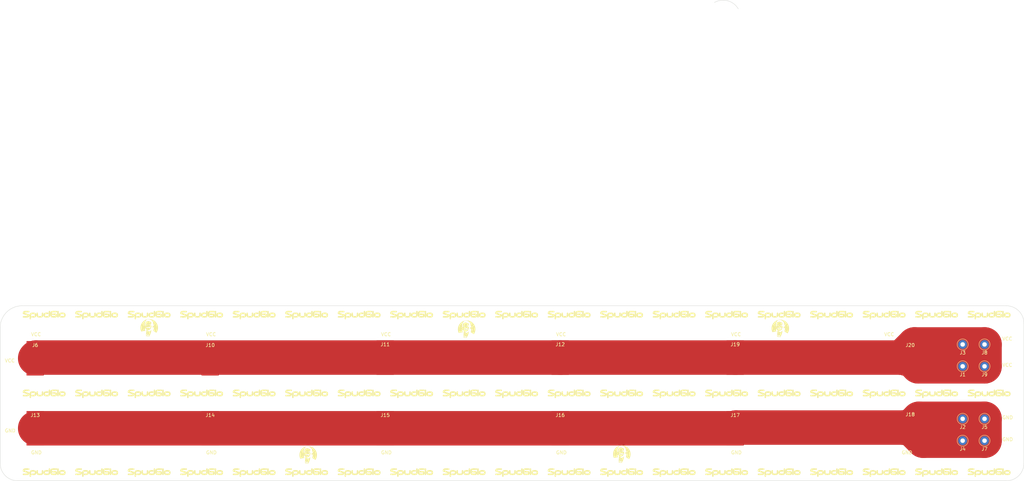
<source format=kicad_pcb>
(kicad_pcb (version 20221018) (generator pcbnew)
  (layers (0 "F.Cu" signal) (31 "B.Cu" signal) (34 "B.Paste" user) (35 "F.Paste" user) (36 "B.SilkS" user "B.Silkscreen") (37 "F.SilkS" user "F.Silkscreen") (38 "B.Mask" user) (39 "F.Mask" user) (44 "Edge.Cuts" user))
  (net 0 "")
  (net 1 "+5V")
  (net 2 "GND")
  (footprint "LOGO" (layer "F.Cu") (at 188.647934 108.393692 -5)
    (fp_text reference "G***" hide)
    (fp_text value "LOGO" hide)
  )
  (footprint "Connector_Wire:SolderWirePad_1x01_SMD_5x10mm" (layer "F.Cu") (at 215.795002 116.63)
    (fp_text reference "J12" (at 0 -3.81) (layer "F.SilkS"))
    (fp_text value "Conn_01x01_Pin")
    (pad "1" smd rect (at 0 0) (size 5 10) (layers "F.Cu" "F.Paste" "F.Mask") (net 1 "+5V"))
  )
  (footprint "LOGO" (layer "F.Cu") (at 309.775004 104.139999)
    (fp_text reference "G***" hide)
    (fp_text value "LOGO" hide)
  )
  (footprint "LOGO" (layer "F.Cu") (at 248.814999 149.859997)
    (fp_text reference "G***" hide)
    (fp_text value "LOGO" hide)
  )
  (footprint "Connector_Wire:SolderWirePad_1x01_SMD_5x10mm" (layer "F.Cu") (at 114.195007 116.839995)
    (fp_text reference "J10" (at 0 -3.81) (layer "F.SilkS"))
    (fp_text value "Conn_01x01_Pin")
    (pad "1" smd rect (at 0 0) (size 5 10) (layers "F.Cu" "F.Paste" "F.Mask") (net 1 "+5V"))
  )
  (footprint "LOGO" (layer "F.Cu") (at 294.535001 126.999996)
    (fp_text reference "G***" hide)
    (fp_text value "LOGO" hide)
  )
  (footprint "Connector_Wire:SolderWirePad_1x01_SMD_5x10mm" (layer "F.Cu") (at 317.395004 116.839994)
    (fp_text reference "J20" (at 0 -3.81) (layer "F.SilkS"))
    (fp_text value "Conn_01x01_Pin")
    (pad "1" smd rect (at 0 0) (size 5 10) (layers "F.Cu" "F.Paste" "F.Mask") (net 1 "+5V"))
  )
  (footprint "Connector_Pin:Pin_D1.3mm_L11.0mm" (layer "F.Cu") (at 332.635003 119.17)
    (fp_text reference "J1" (at 0 2.4) (layer "F.SilkS"))
    (fp_text value "Conn_01x01_Pin")
    (pad "1" thru_hole circle (at 0 0) (size 2.6 2.6) (drill 1.3) (layers "*.Cu" "*.Mask") (net 1 "+5V"))
  )
  (footprint "LOGO" (layer "F.Cu") (at 157.374999 104.139997)
    (fp_text reference "G***" hide)
    (fp_text value "LOGO" hide)
  )
  (footprint "LOGO" (layer "F.Cu") (at 111.655002 126.999995)
    (fp_text reference "G***" hide)
    (fp_text value "LOGO" hide)
  )
  (footprint "LOGO" (layer "F.Cu") (at 203.094999 104.139998)
    (fp_text reference "G***" hide)
    (fp_text value "LOGO" hide)
  )
  (footprint "LOGO" (layer "F.Cu") (at 96.415 104.139996)
    (fp_text reference "G***" hide)
    (fp_text value "LOGO" hide)
  )
  (footprint "LOGO" (layer "F.Cu") (at 65.935008 149.86)
    (fp_text reference "G***" hide)
    (fp_text value "LOGO" hide)
  )
  (footprint "LOGO" (layer "F.Cu") (at 172.615 149.86)
    (fp_text reference "G***" hide)
    (fp_text value "LOGO" hide)
  )
  (footprint "LOGO" (layer "F.Cu") (at 157.375002 127.000002)
    (fp_text reference "G***" hide)
    (fp_text value "LOGO" hide)
  )
  (footprint "LOGO" (layer "F.Cu") (at 187.855002 127.000003)
    (fp_text reference "G***" hide)
    (fp_text value "LOGO" hide)
  )
  (footprint "LOGO" (layer "F.Cu") (at 340.255005 149.86)
    (fp_text reference "G***" hide)
    (fp_text value "LOGO" hide)
  )
  (footprint "LOGO" (layer "F.Cu") (at 325.015003 127.000003)
    (fp_text reference "G***" hide)
    (fp_text value "LOGO" hide)
  )
  (footprint "LOGO" (layer "F.Cu") (at 203.095004 127)
    (fp_text reference "G***" hide)
    (fp_text value "LOGO" hide)
  )
  (footprint "Connector_Pin:Pin_D1.3mm_L11.0mm" (layer "F.Cu") (at 332.635005 112.819996)
    (fp_text reference "J3" (at 0 2.4) (layer "F.SilkS"))
    (fp_text value "Conn_01x01_Pin")
    (pad "1" thru_hole circle (at 0 0) (size 2.6 2.6) (drill 1.3) (layers "*.Cu" "*.Mask") (net 1 "+5V"))
  )
  (footprint "LOGO" (layer "F.Cu") (at 340.255001 127.000001)
    (fp_text reference "G***" hide)
    (fp_text value "LOGO" hide)
  )
  (footprint "LOGO" (layer "F.Cu") (at 81.175001 127)
    (fp_text reference "G***" hide)
    (fp_text value "LOGO" hide)
  )
  (footprint "LOGO" (layer "F.Cu") (at 187.855001 104.139997)
    (fp_text reference "G***" hide)
    (fp_text value "LOGO" hide)
  )
  (footprint "Connector_Pin:Pin_D1.3mm_L11.0mm" (layer "F.Cu") (at 332.635006 134.409995)
    (fp_text reference "J2" (at 0 2.4) (layer "F.SilkS"))
    (fp_text value "Conn_01x01_Pin")
    (pad "1" thru_hole circle (at 0 0) (size 2.6 2.6) (drill 1.3) (layers "*.Cu" "*.Mask") (net 2 "GND"))
  )
  (footprint "Connector_Pin:Pin_D1.3mm_L11.0mm" (layer "F.Cu") (at 338.985002 112.82)
    (fp_text reference "J8" (at 0 2.4) (layer "F.SilkS"))
    (fp_text value "Conn_01x01_Pin")
    (pad "1" thru_hole circle (at 0 0) (size 2.6 2.6) (drill 1.3) (layers "*.Cu" "*.Mask") (net 1 "+5V"))
  )
  (footprint "LOGO" (layer "F.Cu") (at 142.135006 149.859997)
    (fp_text reference "G***" hide)
    (fp_text value "LOGO" hide)
  )
  (footprint "Connector_Wire:SolderWirePad_1x01_SMD_5x10mm" (layer "F.Cu") (at 164.995002 116.630001)
    (fp_text reference "J11" (at 0 -3.81) (layer "F.SilkS"))
    (fp_text value "Conn_01x01_Pin")
    (pad "1" smd rect (at 0 0) (size 5 10) (layers "F.Cu" "F.Paste" "F.Mask") (net 1 "+5V"))
  )
  (footprint "LOGO" (layer "F.Cu") (at 248.815004 104.139999)
    (fp_text reference "G***" hide)
    (fp_text value "LOGO" hide)
  )
  (footprint "LOGO" (layer "F.Cu") (at 111.655004 149.859994)
    (fp_text reference "G***" hide)
    (fp_text value "LOGO" hide)
  )
  (footprint "LOGO" (layer "F.Cu") (at 279.295005 127.000002)
    (fp_text reference "G***" hide)
    (fp_text value "LOGO" hide)
  )
  (footprint "LOGO" (layer "F.Cu") (at 142.135007 104.139995)
    (fp_text reference "G***" hide)
    (fp_text value "LOGO" hide)
  )
  (footprint "LOGO" (layer "F.Cu") (at 264.055001 126.999998)
    (fp_text reference "G***" hide)
    (fp_text value "LOGO" hide)
  )
  (footprint "LOGO" (layer "F.Cu") (at 142.645447 144.892343 -5)
    (fp_text reference "G***" hide)
    (fp_text value "LOGO" hide)
  )
  (footprint "LOGO" (layer "F.Cu") (at 96.497242 107.98337 -5)
    (fp_text reference "G***" hide)
    (fp_text value "LOGO" hide)
  )
  (footprint "Connector_Pin:Pin_D1.3mm_L11.0mm" (layer "F.Cu") (at 338.985 140.759999)
    (fp_text reference "J7" (at 0 2.4) (layer "F.SilkS"))
    (fp_text value "Conn_01x01_Pin")
    (pad "1" thru_hole circle (at 0 0) (size 2.6 2.6) (drill 1.3) (layers "*.Cu" "*.Mask") (net 2 "GND"))
  )
  (footprint "LOGO" (layer "F.Cu") (at 96.414997 149.859999)
    (fp_text reference "G***" hide)
    (fp_text value "LOGO" hide)
  )
  (footprint "LOGO" (layer "F.Cu") (at 218.334996 104.139998)
    (fp_text reference "G***" hide)
    (fp_text value "LOGO" hide)
  )
  (footprint "LOGO" (layer "F.Cu") (at 96.415004 126.999994)
    (fp_text reference "G***" hide)
    (fp_text value "LOGO" hide)
  )
  (footprint "LOGO" (layer "F.Cu") (at 172.615005 126.999996)
    (fp_text reference "G***" hide)
    (fp_text value "LOGO" hide)
  )
  (footprint "LOGO" (layer "F.Cu") (at 187.855004 149.859995)
    (fp_text reference "G***" hide)
    (fp_text value "LOGO" hide)
  )
  (footprint "Connector_Wire:SolderWirePad_1x01_SMD_5x10mm" (layer "F.Cu") (at 63.395001 116.84)
    (fp_text reference "J6" (at 0 -3.81) (layer "F.SilkS"))
    (fp_text value "Conn_01x01_Pin")
    (pad "1" smd rect (at 0 0) (size 5 10) (layers "F.Cu" "F.Paste" "F.Mask") (net 1 "+5V"))
  )
  (footprint "LOGO" (layer "F.Cu") (at 279.69877 108.169012 -5)
    (fp_text reference "G***" hide)
    (fp_text value "LOGO" hide)
  )
  (footprint "Connector_Pin:Pin_D1.3mm_L11.0mm" (layer "F.Cu") (at 338.985003 119.169997)
    (fp_text reference "J9" (at 0 2.4) (layer "F.SilkS"))
    (fp_text value "Conn_01x01_Pin")
    (pad "1" thru_hole circle (at 0 0) (size 2.6 2.6) (drill 1.3) (layers "*.Cu" "*.Mask") (net 1 "+5V"))
  )
  (footprint "LOGO" (layer "F.Cu") (at 81.175005 149.860001)
    (fp_text reference "G***" hide)
    (fp_text value "LOGO" hide)
  )
  (footprint "Connector_Pin:Pin_D1.3mm_L11.0mm" (layer "F.Cu") (at 332.635003 140.759996)
    (fp_text reference "J4" (at 0 2.4) (layer "F.SilkS"))
    (fp_text value "Conn_01x01_Pin")
    (pad "1" thru_hole circle (at 0 0) (size 2.6 2.6) (drill 1.3) (layers "*.Cu" "*.Mask") (net 2 "GND"))
  )
  (footprint "LOGO" (layer "F.Cu") (at 142.135003 127.000001)
    (fp_text reference "G***" hide)
    (fp_text value "LOGO" hide)
  )
  (footprint "LOGO" (layer "F.Cu") (at 325.015002 149.859998)
    (fp_text reference "G***" hide)
    (fp_text value "LOGO" hide)
  )
  (footprint "LOGO" (layer "F.Cu") (at 279.295005 149.859996)
    (fp_text reference "G***" hide)
    (fp_text value "LOGO" hide)
  )
  (footprint "LOGO" (layer "F.Cu") (at 340.255001 104.140003)
    (fp_text reference "G***" hide)
    (fp_text value "LOGO" hide)
  )
  (footprint "LOGO" (layer "F.Cu") (at 126.895 149.859998)
    (fp_text reference "G***" hide)
    (fp_text value "LOGO" hide)
  )
  (footprint "LOGO" (layer "F.Cu") (at 157.374999 149.860001)
    (fp_text reference "G***" hide)
    (fp_text value "LOGO" hide)
  )
  (footprint "LOGO" (layer "F.Cu") (at 126.894998 104.139995)
    (fp_text reference "G***" hide)
    (fp_text value "LOGO" hide)
  )
  (footprint "LOGO" (layer "F.Cu") (at 233.575002 104.139997)
    (fp_text reference "G***" hide)
    (fp_text value "LOGO" hide)
  )
  (footprint "LOGO" (layer "F.Cu") (at 65.935006 126.999996)
    (fp_text reference "G***" hide)
    (fp_text value "LOGO" hide)
  )
  (footprint "LOGO" (layer "F.Cu") (at 248.815004 127)
    (fp_text reference "G***" hide)
    (fp_text value "LOGO" hide)
  )
  (footprint "LOGO" (layer "F.Cu") (at 294.535002 104.139996)
    (fp_text reference "G***" hide)
    (fp_text value "LOGO" hide)
  )
  (footprint "LOGO" (layer "F.Cu") (at 218.335005 127.000001)
    (fp_text reference "G***" hide)
    (fp_text value "LOGO" hide)
  )
  (footprint "LOGO" (layer "F.Cu") (at 172.615 104.140003)
    (fp_text reference "G***" hide)
    (fp_text value "LOGO" hide)
  )
  (footprint "LOGO" (layer "F.Cu") (at 233.575008 149.86)
    (fp_text reference "G***" hide)
    (fp_text value "LOGO" hide)
  )
  (footprint "LOGO" (layer "F.Cu") (at 264.055003 104.140003)
    (fp_text reference "G***" hide)
    (fp_text value "LOGO" hide)
  )
  (footprint "Connector_Wire:SolderWirePad_1x01_SMD_5x10mm" (layer "F.Cu") (at 114.195007 137.159997)
    (fp_text reference "J14" (at 0 -3.81) (layer "F.SilkS"))
    (fp_text value "Conn_01x01_Pin")
    (pad "1" smd rect (at 0 0) (size 5 10) (layers "F.Cu" "F.Paste" "F.Mask") (net 2 "GND"))
  )
  (footprint "LOGO" (layer "F.Cu") (at 203.095003 149.86)
    (fp_text reference "G***" hide)
    (fp_text value "LOGO" hide)
  )
  (footprint "LOGO" (layer "F.Cu") (at 279.295001 104.139998)
    (fp_text reference "G***" hide)
    (fp_text value "LOGO" hide)
  )
  (footprint "LOGO" (layer "F.Cu") (at 325.015002 104.140002)
    (fp_text reference "G***" hide)
    (fp_text value "LOGO" hide)
  )
  (footprint "Connector_Pin:Pin_D1.3mm_L11.0mm" (layer "F.Cu") (at 338.985003 134.409998)
    (fp_text reference "J5" (at 0 2.4) (layer "F.SilkS"))
    (fp_text value "Conn_01x01_Pin")
    (pad "1" thru_hole circle (at 0 0) (size 2.6 2.6) (drill 1.3) (layers "*.Cu" "*.Mask") (net 2 "GND"))
  )
  (footprint "LOGO" (layer "F.Cu") (at 264.055002 149.859996)
    (fp_text reference "G***" hide)
    (fp_text value "LOGO" hide)
  )
  (footprint "LOGO" (layer "F.Cu") (at 126.895004 126.999998)
    (fp_text reference "G***" hide)
    (fp_text value "LOGO" hide)
  )
  (footprint "Connector_Wire:SolderWirePad_1x01_SMD_5x10mm" (layer "F.Cu") (at 164.995002 137.159997)
    (fp_text reference "J15" (at 0 -3.81) (layer "F.SilkS"))
    (fp_text value "Conn_01x01_Pin")
    (pad "1" smd rect (at 0 0) (size 5 10) (layers "F.Cu" "F.Paste" "F.Mask") (net 2 "GND"))
  )
  (footprint "Connector_Wire:SolderWirePad_1x01_SMD_5x10mm" (layer "F.Cu") (at 266.595002 137.160003)
    (fp_text reference "J17" (at 0 -3.81) (layer "F.SilkS"))
    (fp_text value "Conn_01x01_Pin")
    (pad "1" smd rect (at 0 0) (size 5 10) (layers "F.Cu" "F.Paste" "F.Mask") (net 2 "GND"))
  )
  (footprint "Connector_Wire:SolderWirePad_1x01_SMD_5x10mm" (layer "F.Cu") (at 215.795002 137.159994)
    (fp_text reference "J16" (at 0 -3.81) (layer "F.SilkS"))
    (fp_text value "Conn_01x01_Pin")
    (pad "1" smd rect (at 0 0) (size 5 10) (layers "F.Cu" "F.Paste" "F.Mask") (net 2 "GND"))
  )
  (footprint "LOGO" (layer "F.Cu") (at 111.655003 104.139998)
    (fp_text reference "G***" hide)
    (fp_text value "LOGO" hide)
  )
  (footprint "LOGO" (layer "F.Cu") (at 233.575002 127)
    (fp_text reference "G***" hide)
    (fp_text value "LOGO" hide)
  )
  (footprint "LOGO" (layer "F.Cu") (at 218.335001 149.859996)
    (fp_text reference "G***" hide)
    (fp_text value "LOGO" hide)
  )
  (footprint "LOGO" (layer "F.Cu") (at 233.696285 144.667659 -5)
    (fp_text reference "G***" hide)
    (fp_text value "LOGO" hide)
  )
  (footprint "LOGO" (layer "F.Cu") (at 65.935004 104.139996)
    (fp_text reference "G***" hide)
    (fp_text value "LOGO" hide)
  )
  (footprint "Connector_Wire:SolderWirePad_1x01_SMD_5x10mm" (layer "F.Cu") (at 266.595002 116.629995)
    (fp_text reference "J19" (at 0 -3.81) (layer "F.SilkS"))
    (fp_text value "Conn_01x01_Pin")
    (pad "1" smd rect (at 0 0) (size 5 10) (layers "F.Cu" "F.Paste" "F.Mask") (net 1 "+5V"))
  )
  (footprint "LOGO" (layer "F.Cu") (at 309.775004 127.000002)
    (fp_text reference "G***" hide)
    (fp_text value "LOGO" hide)
  )
  (footprint "Connector_Wire:SolderWirePad_1x01_SMD_5x10mm" (layer "F.Cu") (at 317.394997 136.949998)
    (fp_text reference "J18" (at 0 -3.81) (layer "F.SilkS"))
    (fp_text value "Conn_01x01_Pin")
    (pad "1" smd rect (at 0 0) (size 5 10) (layers "F.Cu" "F.Paste" "F.Mask") (net 2 "GND"))
  )
  (footprint "LOGO" (layer "F.Cu") (at 294.535006 149.859998)
    (fp_text reference "G***" hide)
    (fp_text value "LOGO" hide)
  )
  (footprint "LOGO" (layer "F.Cu") (at 81.175001 104.139996)
    (fp_text reference "G***" hide)
    (fp_text value "LOGO" hide)
  )
  (footprint "Connector_Wire:SolderWirePad_1x01_SMD_5x10mm" (layer "F.Cu") (at 63.395001 137.160003)
    (fp_text reference "J13" (at 0 -3.81) (layer "F.SilkS"))
    (fp_text value "Conn_01x01_Pin")
    (pad "1" smd rect (at 0 0) (size 5 10) (layers "F.Cu" "F.Paste" "F.Mask") (net 2 "GND"))
  )
  (footprint "LOGO" (layer "F.Cu") (at 309.775 149.859995)
    (fp_text reference "G***" hide)
    (fp_text value "LOGO" hide)
  )
  (gr_line (start 58.315006 152.400001) (end 345.335004 152.400002) (stroke (width 0.1)) (layer "Edge.Cuts"))
  (gr_arc (start 350.415002 147.320001) (mid 348.927106 150.912103) (end 345.335004 152.400002) (stroke (width 0.1)) (layer "Edge.Cuts"))
  (gr_arc (start 58.315006 152.400001) (mid 54.722902 150.912103) (end 53.234999 147.319998) (stroke (width 0.1)) (layer "Edge.Cuts"))
  (gr_arc (start 260.568135 13.562954) (mid 264.422936 13.055461) (end 267.507545 15.422363) (stroke (width 0.1)) (layer "Edge.Cuts"))
  (gr_line (start 345.335001 101.599996) (end 59.584999 101.600002) (stroke (width 0.1)) (layer "Edge.Cuts"))
  (gr_line (start 350.415002 147.320001) (end 350.415005 106.679998) (stroke (width 0.1)) (layer "Edge.Cuts"))
  (gr_arc (start 345.335002 101.599996) (mid 348.927107 103.087894) (end 350.415005 106.679998) (stroke (width 0.1)) (layer "Edge.Cuts"))
  (gr_arc (start 53.235002 107.949995) (mid 55.094873 103.459867) (end 59.584999 101.600002) (stroke (width 0.1)) (layer "Edge.Cuts"))
  (gr_line (start 53.235002 107.949995) (end 53.234999 147.319998) (stroke (width 0.1)) (layer "Edge.Cuts"))
  (gr_text "VCC" (at 265.324999 110.489999) (layer "F.SilkS") (effects (font (size 1 1)) (justify left bottom)))
  (gr_text "GND" (at 214.525002 144.779994) (layer "F.SilkS") (effects (font (size 1 1)) (justify left bottom)))
  (gr_text "GND" (at 344.065002 140.969999) (layer "F.SilkS") (effects (font (size 1 1)) (justify left bottom)))
  (gr_text "VCC" (at 344.065004 111.76) (layer "F.SilkS") (effects (font (size 1 1)) (justify left bottom)))
  (gr_text "VCC" (at 344.065003 119.380002) (layer "F.SilkS") (effects (font (size 1 1)) (justify left bottom)))
  (gr_text "GND" (at 265.325004 144.78) (layer "F.SilkS") (effects (font (size 1 1)) (justify left bottom)))
  (gr_text "GND" (at 112.925001 144.779996) (layer "F.SilkS") (effects (font (size 1 1)) (justify left bottom)))
  (gr_text "VCC" (at 62.125008 110.489995) (layer "F.SilkS") (effects (font (size 1 1)) (justify left bottom)))
  (gr_text "VCC" (at 163.724999 110.489999) (layer "F.SilkS") (effects (font (size 1 1)) (justify left bottom)))
  (gr_text "VCC" (at 54.505003 118.110003) (layer "F.SilkS") (effects (font (size 1 1)) (justify left bottom)))
  (gr_text "VCC" (at 112.925 110.489999) (layer "F.SilkS") (effects (font (size 1 1)) (justify left bottom)))
  (gr_text "GND" (at 344.064998 134.62) (layer "F.SilkS") (effects (font (size 1 1)) (justify left bottom)))
  (gr_text "GND" (at 163.725003 144.780001) (layer "F.SilkS") (effects (font (size 1 1)) (justify left bottom)))
  (gr_text "GND" (at 62.125 144.779995) (layer "F.SilkS") (effects (font (size 1 1)) (justify left bottom)))
  (gr_text "VCC" (at 309.774998 110.489991) (layer "F.SilkS") (effects (font (size 1 1)) (justify left bottom)))
  (gr_text "GND" (at 54.505007 138.429998) (layer "F.SilkS") (effects (font (size 1 1)) (justify left bottom)))
  (gr_text "VCC" (at 214.525002 110.49) (layer "F.SilkS") (effects (font (size 1 1)) (justify left bottom)))
  (gr_text "GND" (at 314.855004 144.779994) (layer "F.SilkS") (effects (font (size 1 1)) (justify left bottom)))
  (segment (start 266.595002 116.629995) (end 314.855001 116.629999) (width 10) (layer "F.Cu") (net 1))
  (segment (start 215.795002 116.63) (end 266.595002 116.629995) (width 10) (layer "F.Cu") (net 1))
  (segment (start 319.725006 119.169997) (end 317.395004 116.839994) (width 10) (layer "F.Cu") (net 1))
  (segment (start 317.395004 116.839994) (end 330.095003 116.840001) (width 10) (layer "F.Cu") (net 1))
  (segment (start 63.604998 116.629989) (end 63.395001 116.84) (width 10) (layer "F.Cu") (net 1))
  (segment (start 314.855001 116.629999) (end 317.185006 116.629995) (width 10) (layer "F.Cu") (net 1))
  (segment (start 338.985002 112.82) (end 318.665005 112.820002) (width 10) (layer "F.Cu") (net 1))
  (segment (start 338.985003 119.169997) (end 319.725006 119.169997) (width 10) (layer "F.Cu") (net 1))
  (segment (start 215.795002 116.63) (end 63.604998 116.629989) (width 10) (layer "F.Cu") (net 1))
  (segment (start 332.635003 114.300001) (end 330.095003 116.840001) (width 10) (layer "F.Cu") (net 1))
  (segment (start 338.985002 112.82) (end 338.985003 119.169997) (width 10) (layer "F.Cu") (net 1))
  (segment (start 318.665005 112.820002) (end 314.855001 116.629999) (width 10) (layer "F.Cu") (net 1))
  (segment (start 317.185006 116.629995) (end 317.395004 116.839994) (width 10) (layer "F.Cu") (net 1))
  (segment (start 319.935002 134.409995) (end 317.394997 136.949998) (width 10) (layer "F.Cu") (net 2))
  (segment (start 266.595002 137.160003) (end 215.795002 137.159994) (width 10) (layer "F.Cu") (net 2))
  (segment (start 321.205002 140.759996) (end 317.394997 136.949998) (width 10) (layer "F.Cu") (net 2))
  (segment (start 164.995002 137.159997) (end 114.195007 137.159997) (width 10) (layer "F.Cu") (net 2))
  (segment (start 338.985 140.759999) (end 321.205002 140.759996) (width 10) (layer "F.Cu") (net 2))
  (segment (start 317.394997 136.949998) (end 266.804998 136.949996) (width 10) (layer "F.Cu") (net 2))
  (segment (start 266.804998 136.949996) (end 266.595002 137.160003) (width 10) (layer "F.Cu") (net 2))
  (segment (start 215.795002 137.159994) (end 164.995002 137.159997) (width 10) (layer "F.Cu") (net 2))
  (segment (start 338.985 140.759999) (end 338.985003 134.409998) (width 10) (layer "F.Cu") (net 2))
  (segment (start 63.395001 137.160003) (end 114.195007 137.159997) (width 10) (layer "F.Cu") (net 2))
  (segment (start 338.985003 134.409998) (end 319.935002 134.409995) (width 10) (layer "F.Cu") (net 2))
)
</source>
